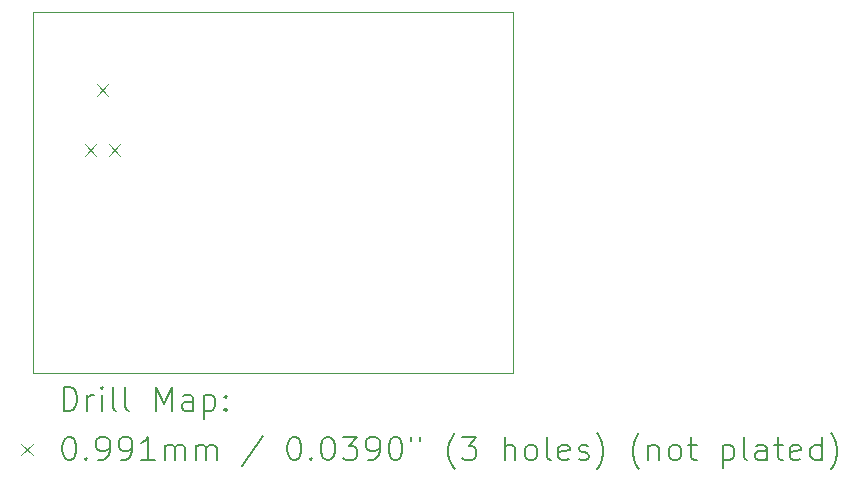
<source format=gbr>
%TF.GenerationSoftware,KiCad,Pcbnew,8.0.6*%
%TF.CreationDate,2024-11-12T21:32:05-08:00*%
%TF.ProjectId,sensor_board,73656e73-6f72-45f6-926f-6172642e6b69,rev?*%
%TF.SameCoordinates,Original*%
%TF.FileFunction,Drillmap*%
%TF.FilePolarity,Positive*%
%FSLAX45Y45*%
G04 Gerber Fmt 4.5, Leading zero omitted, Abs format (unit mm)*
G04 Created by KiCad (PCBNEW 8.0.6) date 2024-11-12 21:32:05*
%MOMM*%
%LPD*%
G01*
G04 APERTURE LIST*
%ADD10C,0.100000*%
%ADD11C,0.200000*%
G04 APERTURE END LIST*
D10*
X0Y0D02*
X4060000Y0D01*
X4060000Y-3060000D01*
X0Y-3060000D01*
X0Y0D01*
D11*
D10*
X435450Y-1119450D02*
X534550Y-1218550D01*
X534550Y-1119450D02*
X435450Y-1218550D01*
X536950Y-611450D02*
X636050Y-710550D01*
X636050Y-611450D02*
X536950Y-710550D01*
X638450Y-1119450D02*
X737550Y-1218550D01*
X737550Y-1119450D02*
X638450Y-1218550D01*
D11*
X255777Y-3376484D02*
X255777Y-3176484D01*
X255777Y-3176484D02*
X303396Y-3176484D01*
X303396Y-3176484D02*
X331967Y-3186008D01*
X331967Y-3186008D02*
X351015Y-3205055D01*
X351015Y-3205055D02*
X360539Y-3224103D01*
X360539Y-3224103D02*
X370062Y-3262198D01*
X370062Y-3262198D02*
X370062Y-3290769D01*
X370062Y-3290769D02*
X360539Y-3328865D01*
X360539Y-3328865D02*
X351015Y-3347912D01*
X351015Y-3347912D02*
X331967Y-3366960D01*
X331967Y-3366960D02*
X303396Y-3376484D01*
X303396Y-3376484D02*
X255777Y-3376484D01*
X455777Y-3376484D02*
X455777Y-3243150D01*
X455777Y-3281246D02*
X465301Y-3262198D01*
X465301Y-3262198D02*
X474824Y-3252674D01*
X474824Y-3252674D02*
X493872Y-3243150D01*
X493872Y-3243150D02*
X512920Y-3243150D01*
X579586Y-3376484D02*
X579586Y-3243150D01*
X579586Y-3176484D02*
X570063Y-3186008D01*
X570063Y-3186008D02*
X579586Y-3195531D01*
X579586Y-3195531D02*
X589110Y-3186008D01*
X589110Y-3186008D02*
X579586Y-3176484D01*
X579586Y-3176484D02*
X579586Y-3195531D01*
X703396Y-3376484D02*
X684348Y-3366960D01*
X684348Y-3366960D02*
X674824Y-3347912D01*
X674824Y-3347912D02*
X674824Y-3176484D01*
X808158Y-3376484D02*
X789110Y-3366960D01*
X789110Y-3366960D02*
X779586Y-3347912D01*
X779586Y-3347912D02*
X779586Y-3176484D01*
X1036729Y-3376484D02*
X1036729Y-3176484D01*
X1036729Y-3176484D02*
X1103396Y-3319341D01*
X1103396Y-3319341D02*
X1170063Y-3176484D01*
X1170063Y-3176484D02*
X1170063Y-3376484D01*
X1351015Y-3376484D02*
X1351015Y-3271722D01*
X1351015Y-3271722D02*
X1341491Y-3252674D01*
X1341491Y-3252674D02*
X1322444Y-3243150D01*
X1322444Y-3243150D02*
X1284348Y-3243150D01*
X1284348Y-3243150D02*
X1265301Y-3252674D01*
X1351015Y-3366960D02*
X1331967Y-3376484D01*
X1331967Y-3376484D02*
X1284348Y-3376484D01*
X1284348Y-3376484D02*
X1265301Y-3366960D01*
X1265301Y-3366960D02*
X1255777Y-3347912D01*
X1255777Y-3347912D02*
X1255777Y-3328865D01*
X1255777Y-3328865D02*
X1265301Y-3309817D01*
X1265301Y-3309817D02*
X1284348Y-3300293D01*
X1284348Y-3300293D02*
X1331967Y-3300293D01*
X1331967Y-3300293D02*
X1351015Y-3290769D01*
X1446253Y-3243150D02*
X1446253Y-3443150D01*
X1446253Y-3252674D02*
X1465301Y-3243150D01*
X1465301Y-3243150D02*
X1503396Y-3243150D01*
X1503396Y-3243150D02*
X1522443Y-3252674D01*
X1522443Y-3252674D02*
X1531967Y-3262198D01*
X1531967Y-3262198D02*
X1541491Y-3281246D01*
X1541491Y-3281246D02*
X1541491Y-3338388D01*
X1541491Y-3338388D02*
X1531967Y-3357436D01*
X1531967Y-3357436D02*
X1522443Y-3366960D01*
X1522443Y-3366960D02*
X1503396Y-3376484D01*
X1503396Y-3376484D02*
X1465301Y-3376484D01*
X1465301Y-3376484D02*
X1446253Y-3366960D01*
X1627205Y-3357436D02*
X1636729Y-3366960D01*
X1636729Y-3366960D02*
X1627205Y-3376484D01*
X1627205Y-3376484D02*
X1617682Y-3366960D01*
X1617682Y-3366960D02*
X1627205Y-3357436D01*
X1627205Y-3357436D02*
X1627205Y-3376484D01*
X1627205Y-3252674D02*
X1636729Y-3262198D01*
X1636729Y-3262198D02*
X1627205Y-3271722D01*
X1627205Y-3271722D02*
X1617682Y-3262198D01*
X1617682Y-3262198D02*
X1627205Y-3252674D01*
X1627205Y-3252674D02*
X1627205Y-3271722D01*
D10*
X-104100Y-3655450D02*
X-5000Y-3754550D01*
X-5000Y-3655450D02*
X-104100Y-3754550D01*
D11*
X293872Y-3596484D02*
X312920Y-3596484D01*
X312920Y-3596484D02*
X331967Y-3606008D01*
X331967Y-3606008D02*
X341491Y-3615531D01*
X341491Y-3615531D02*
X351015Y-3634579D01*
X351015Y-3634579D02*
X360539Y-3672674D01*
X360539Y-3672674D02*
X360539Y-3720293D01*
X360539Y-3720293D02*
X351015Y-3758388D01*
X351015Y-3758388D02*
X341491Y-3777436D01*
X341491Y-3777436D02*
X331967Y-3786960D01*
X331967Y-3786960D02*
X312920Y-3796484D01*
X312920Y-3796484D02*
X293872Y-3796484D01*
X293872Y-3796484D02*
X274824Y-3786960D01*
X274824Y-3786960D02*
X265301Y-3777436D01*
X265301Y-3777436D02*
X255777Y-3758388D01*
X255777Y-3758388D02*
X246253Y-3720293D01*
X246253Y-3720293D02*
X246253Y-3672674D01*
X246253Y-3672674D02*
X255777Y-3634579D01*
X255777Y-3634579D02*
X265301Y-3615531D01*
X265301Y-3615531D02*
X274824Y-3606008D01*
X274824Y-3606008D02*
X293872Y-3596484D01*
X446253Y-3777436D02*
X455777Y-3786960D01*
X455777Y-3786960D02*
X446253Y-3796484D01*
X446253Y-3796484D02*
X436729Y-3786960D01*
X436729Y-3786960D02*
X446253Y-3777436D01*
X446253Y-3777436D02*
X446253Y-3796484D01*
X551015Y-3796484D02*
X589110Y-3796484D01*
X589110Y-3796484D02*
X608158Y-3786960D01*
X608158Y-3786960D02*
X617682Y-3777436D01*
X617682Y-3777436D02*
X636729Y-3748865D01*
X636729Y-3748865D02*
X646253Y-3710769D01*
X646253Y-3710769D02*
X646253Y-3634579D01*
X646253Y-3634579D02*
X636729Y-3615531D01*
X636729Y-3615531D02*
X627205Y-3606008D01*
X627205Y-3606008D02*
X608158Y-3596484D01*
X608158Y-3596484D02*
X570063Y-3596484D01*
X570063Y-3596484D02*
X551015Y-3606008D01*
X551015Y-3606008D02*
X541491Y-3615531D01*
X541491Y-3615531D02*
X531967Y-3634579D01*
X531967Y-3634579D02*
X531967Y-3682198D01*
X531967Y-3682198D02*
X541491Y-3701246D01*
X541491Y-3701246D02*
X551015Y-3710769D01*
X551015Y-3710769D02*
X570063Y-3720293D01*
X570063Y-3720293D02*
X608158Y-3720293D01*
X608158Y-3720293D02*
X627205Y-3710769D01*
X627205Y-3710769D02*
X636729Y-3701246D01*
X636729Y-3701246D02*
X646253Y-3682198D01*
X741491Y-3796484D02*
X779586Y-3796484D01*
X779586Y-3796484D02*
X798634Y-3786960D01*
X798634Y-3786960D02*
X808158Y-3777436D01*
X808158Y-3777436D02*
X827205Y-3748865D01*
X827205Y-3748865D02*
X836729Y-3710769D01*
X836729Y-3710769D02*
X836729Y-3634579D01*
X836729Y-3634579D02*
X827205Y-3615531D01*
X827205Y-3615531D02*
X817682Y-3606008D01*
X817682Y-3606008D02*
X798634Y-3596484D01*
X798634Y-3596484D02*
X760539Y-3596484D01*
X760539Y-3596484D02*
X741491Y-3606008D01*
X741491Y-3606008D02*
X731967Y-3615531D01*
X731967Y-3615531D02*
X722443Y-3634579D01*
X722443Y-3634579D02*
X722443Y-3682198D01*
X722443Y-3682198D02*
X731967Y-3701246D01*
X731967Y-3701246D02*
X741491Y-3710769D01*
X741491Y-3710769D02*
X760539Y-3720293D01*
X760539Y-3720293D02*
X798634Y-3720293D01*
X798634Y-3720293D02*
X817682Y-3710769D01*
X817682Y-3710769D02*
X827205Y-3701246D01*
X827205Y-3701246D02*
X836729Y-3682198D01*
X1027205Y-3796484D02*
X912920Y-3796484D01*
X970062Y-3796484D02*
X970062Y-3596484D01*
X970062Y-3596484D02*
X951015Y-3625055D01*
X951015Y-3625055D02*
X931967Y-3644103D01*
X931967Y-3644103D02*
X912920Y-3653627D01*
X1112920Y-3796484D02*
X1112920Y-3663150D01*
X1112920Y-3682198D02*
X1122444Y-3672674D01*
X1122444Y-3672674D02*
X1141491Y-3663150D01*
X1141491Y-3663150D02*
X1170063Y-3663150D01*
X1170063Y-3663150D02*
X1189110Y-3672674D01*
X1189110Y-3672674D02*
X1198634Y-3691722D01*
X1198634Y-3691722D02*
X1198634Y-3796484D01*
X1198634Y-3691722D02*
X1208158Y-3672674D01*
X1208158Y-3672674D02*
X1227205Y-3663150D01*
X1227205Y-3663150D02*
X1255777Y-3663150D01*
X1255777Y-3663150D02*
X1274825Y-3672674D01*
X1274825Y-3672674D02*
X1284348Y-3691722D01*
X1284348Y-3691722D02*
X1284348Y-3796484D01*
X1379586Y-3796484D02*
X1379586Y-3663150D01*
X1379586Y-3682198D02*
X1389110Y-3672674D01*
X1389110Y-3672674D02*
X1408158Y-3663150D01*
X1408158Y-3663150D02*
X1436729Y-3663150D01*
X1436729Y-3663150D02*
X1455777Y-3672674D01*
X1455777Y-3672674D02*
X1465301Y-3691722D01*
X1465301Y-3691722D02*
X1465301Y-3796484D01*
X1465301Y-3691722D02*
X1474824Y-3672674D01*
X1474824Y-3672674D02*
X1493872Y-3663150D01*
X1493872Y-3663150D02*
X1522443Y-3663150D01*
X1522443Y-3663150D02*
X1541491Y-3672674D01*
X1541491Y-3672674D02*
X1551015Y-3691722D01*
X1551015Y-3691722D02*
X1551015Y-3796484D01*
X1941491Y-3586960D02*
X1770063Y-3844103D01*
X2198634Y-3596484D02*
X2217682Y-3596484D01*
X2217682Y-3596484D02*
X2236729Y-3606008D01*
X2236729Y-3606008D02*
X2246253Y-3615531D01*
X2246253Y-3615531D02*
X2255777Y-3634579D01*
X2255777Y-3634579D02*
X2265301Y-3672674D01*
X2265301Y-3672674D02*
X2265301Y-3720293D01*
X2265301Y-3720293D02*
X2255777Y-3758388D01*
X2255777Y-3758388D02*
X2246253Y-3777436D01*
X2246253Y-3777436D02*
X2236729Y-3786960D01*
X2236729Y-3786960D02*
X2217682Y-3796484D01*
X2217682Y-3796484D02*
X2198634Y-3796484D01*
X2198634Y-3796484D02*
X2179587Y-3786960D01*
X2179587Y-3786960D02*
X2170063Y-3777436D01*
X2170063Y-3777436D02*
X2160539Y-3758388D01*
X2160539Y-3758388D02*
X2151015Y-3720293D01*
X2151015Y-3720293D02*
X2151015Y-3672674D01*
X2151015Y-3672674D02*
X2160539Y-3634579D01*
X2160539Y-3634579D02*
X2170063Y-3615531D01*
X2170063Y-3615531D02*
X2179587Y-3606008D01*
X2179587Y-3606008D02*
X2198634Y-3596484D01*
X2351015Y-3777436D02*
X2360539Y-3786960D01*
X2360539Y-3786960D02*
X2351015Y-3796484D01*
X2351015Y-3796484D02*
X2341491Y-3786960D01*
X2341491Y-3786960D02*
X2351015Y-3777436D01*
X2351015Y-3777436D02*
X2351015Y-3796484D01*
X2484348Y-3596484D02*
X2503396Y-3596484D01*
X2503396Y-3596484D02*
X2522444Y-3606008D01*
X2522444Y-3606008D02*
X2531968Y-3615531D01*
X2531968Y-3615531D02*
X2541491Y-3634579D01*
X2541491Y-3634579D02*
X2551015Y-3672674D01*
X2551015Y-3672674D02*
X2551015Y-3720293D01*
X2551015Y-3720293D02*
X2541491Y-3758388D01*
X2541491Y-3758388D02*
X2531968Y-3777436D01*
X2531968Y-3777436D02*
X2522444Y-3786960D01*
X2522444Y-3786960D02*
X2503396Y-3796484D01*
X2503396Y-3796484D02*
X2484348Y-3796484D01*
X2484348Y-3796484D02*
X2465301Y-3786960D01*
X2465301Y-3786960D02*
X2455777Y-3777436D01*
X2455777Y-3777436D02*
X2446253Y-3758388D01*
X2446253Y-3758388D02*
X2436729Y-3720293D01*
X2436729Y-3720293D02*
X2436729Y-3672674D01*
X2436729Y-3672674D02*
X2446253Y-3634579D01*
X2446253Y-3634579D02*
X2455777Y-3615531D01*
X2455777Y-3615531D02*
X2465301Y-3606008D01*
X2465301Y-3606008D02*
X2484348Y-3596484D01*
X2617682Y-3596484D02*
X2741491Y-3596484D01*
X2741491Y-3596484D02*
X2674825Y-3672674D01*
X2674825Y-3672674D02*
X2703396Y-3672674D01*
X2703396Y-3672674D02*
X2722444Y-3682198D01*
X2722444Y-3682198D02*
X2731968Y-3691722D01*
X2731968Y-3691722D02*
X2741491Y-3710769D01*
X2741491Y-3710769D02*
X2741491Y-3758388D01*
X2741491Y-3758388D02*
X2731968Y-3777436D01*
X2731968Y-3777436D02*
X2722444Y-3786960D01*
X2722444Y-3786960D02*
X2703396Y-3796484D01*
X2703396Y-3796484D02*
X2646253Y-3796484D01*
X2646253Y-3796484D02*
X2627206Y-3786960D01*
X2627206Y-3786960D02*
X2617682Y-3777436D01*
X2836729Y-3796484D02*
X2874825Y-3796484D01*
X2874825Y-3796484D02*
X2893872Y-3786960D01*
X2893872Y-3786960D02*
X2903396Y-3777436D01*
X2903396Y-3777436D02*
X2922444Y-3748865D01*
X2922444Y-3748865D02*
X2931967Y-3710769D01*
X2931967Y-3710769D02*
X2931967Y-3634579D01*
X2931967Y-3634579D02*
X2922444Y-3615531D01*
X2922444Y-3615531D02*
X2912920Y-3606008D01*
X2912920Y-3606008D02*
X2893872Y-3596484D01*
X2893872Y-3596484D02*
X2855777Y-3596484D01*
X2855777Y-3596484D02*
X2836729Y-3606008D01*
X2836729Y-3606008D02*
X2827206Y-3615531D01*
X2827206Y-3615531D02*
X2817682Y-3634579D01*
X2817682Y-3634579D02*
X2817682Y-3682198D01*
X2817682Y-3682198D02*
X2827206Y-3701246D01*
X2827206Y-3701246D02*
X2836729Y-3710769D01*
X2836729Y-3710769D02*
X2855777Y-3720293D01*
X2855777Y-3720293D02*
X2893872Y-3720293D01*
X2893872Y-3720293D02*
X2912920Y-3710769D01*
X2912920Y-3710769D02*
X2922444Y-3701246D01*
X2922444Y-3701246D02*
X2931967Y-3682198D01*
X3055777Y-3596484D02*
X3074825Y-3596484D01*
X3074825Y-3596484D02*
X3093872Y-3606008D01*
X3093872Y-3606008D02*
X3103396Y-3615531D01*
X3103396Y-3615531D02*
X3112920Y-3634579D01*
X3112920Y-3634579D02*
X3122444Y-3672674D01*
X3122444Y-3672674D02*
X3122444Y-3720293D01*
X3122444Y-3720293D02*
X3112920Y-3758388D01*
X3112920Y-3758388D02*
X3103396Y-3777436D01*
X3103396Y-3777436D02*
X3093872Y-3786960D01*
X3093872Y-3786960D02*
X3074825Y-3796484D01*
X3074825Y-3796484D02*
X3055777Y-3796484D01*
X3055777Y-3796484D02*
X3036729Y-3786960D01*
X3036729Y-3786960D02*
X3027206Y-3777436D01*
X3027206Y-3777436D02*
X3017682Y-3758388D01*
X3017682Y-3758388D02*
X3008158Y-3720293D01*
X3008158Y-3720293D02*
X3008158Y-3672674D01*
X3008158Y-3672674D02*
X3017682Y-3634579D01*
X3017682Y-3634579D02*
X3027206Y-3615531D01*
X3027206Y-3615531D02*
X3036729Y-3606008D01*
X3036729Y-3606008D02*
X3055777Y-3596484D01*
X3198634Y-3596484D02*
X3198634Y-3634579D01*
X3274825Y-3596484D02*
X3274825Y-3634579D01*
X3570063Y-3872674D02*
X3560539Y-3863150D01*
X3560539Y-3863150D02*
X3541491Y-3834579D01*
X3541491Y-3834579D02*
X3531968Y-3815531D01*
X3531968Y-3815531D02*
X3522444Y-3786960D01*
X3522444Y-3786960D02*
X3512920Y-3739341D01*
X3512920Y-3739341D02*
X3512920Y-3701246D01*
X3512920Y-3701246D02*
X3522444Y-3653627D01*
X3522444Y-3653627D02*
X3531968Y-3625055D01*
X3531968Y-3625055D02*
X3541491Y-3606008D01*
X3541491Y-3606008D02*
X3560539Y-3577436D01*
X3560539Y-3577436D02*
X3570063Y-3567912D01*
X3627206Y-3596484D02*
X3751015Y-3596484D01*
X3751015Y-3596484D02*
X3684348Y-3672674D01*
X3684348Y-3672674D02*
X3712920Y-3672674D01*
X3712920Y-3672674D02*
X3731968Y-3682198D01*
X3731968Y-3682198D02*
X3741491Y-3691722D01*
X3741491Y-3691722D02*
X3751015Y-3710769D01*
X3751015Y-3710769D02*
X3751015Y-3758388D01*
X3751015Y-3758388D02*
X3741491Y-3777436D01*
X3741491Y-3777436D02*
X3731968Y-3786960D01*
X3731968Y-3786960D02*
X3712920Y-3796484D01*
X3712920Y-3796484D02*
X3655777Y-3796484D01*
X3655777Y-3796484D02*
X3636729Y-3786960D01*
X3636729Y-3786960D02*
X3627206Y-3777436D01*
X3989110Y-3796484D02*
X3989110Y-3596484D01*
X4074825Y-3796484D02*
X4074825Y-3691722D01*
X4074825Y-3691722D02*
X4065301Y-3672674D01*
X4065301Y-3672674D02*
X4046253Y-3663150D01*
X4046253Y-3663150D02*
X4017682Y-3663150D01*
X4017682Y-3663150D02*
X3998634Y-3672674D01*
X3998634Y-3672674D02*
X3989110Y-3682198D01*
X4198634Y-3796484D02*
X4179587Y-3786960D01*
X4179587Y-3786960D02*
X4170063Y-3777436D01*
X4170063Y-3777436D02*
X4160539Y-3758388D01*
X4160539Y-3758388D02*
X4160539Y-3701246D01*
X4160539Y-3701246D02*
X4170063Y-3682198D01*
X4170063Y-3682198D02*
X4179587Y-3672674D01*
X4179587Y-3672674D02*
X4198634Y-3663150D01*
X4198634Y-3663150D02*
X4227206Y-3663150D01*
X4227206Y-3663150D02*
X4246253Y-3672674D01*
X4246253Y-3672674D02*
X4255777Y-3682198D01*
X4255777Y-3682198D02*
X4265301Y-3701246D01*
X4265301Y-3701246D02*
X4265301Y-3758388D01*
X4265301Y-3758388D02*
X4255777Y-3777436D01*
X4255777Y-3777436D02*
X4246253Y-3786960D01*
X4246253Y-3786960D02*
X4227206Y-3796484D01*
X4227206Y-3796484D02*
X4198634Y-3796484D01*
X4379587Y-3796484D02*
X4360539Y-3786960D01*
X4360539Y-3786960D02*
X4351015Y-3767912D01*
X4351015Y-3767912D02*
X4351015Y-3596484D01*
X4531968Y-3786960D02*
X4512920Y-3796484D01*
X4512920Y-3796484D02*
X4474825Y-3796484D01*
X4474825Y-3796484D02*
X4455777Y-3786960D01*
X4455777Y-3786960D02*
X4446253Y-3767912D01*
X4446253Y-3767912D02*
X4446253Y-3691722D01*
X4446253Y-3691722D02*
X4455777Y-3672674D01*
X4455777Y-3672674D02*
X4474825Y-3663150D01*
X4474825Y-3663150D02*
X4512920Y-3663150D01*
X4512920Y-3663150D02*
X4531968Y-3672674D01*
X4531968Y-3672674D02*
X4541492Y-3691722D01*
X4541492Y-3691722D02*
X4541492Y-3710769D01*
X4541492Y-3710769D02*
X4446253Y-3729817D01*
X4617682Y-3786960D02*
X4636730Y-3796484D01*
X4636730Y-3796484D02*
X4674825Y-3796484D01*
X4674825Y-3796484D02*
X4693873Y-3786960D01*
X4693873Y-3786960D02*
X4703396Y-3767912D01*
X4703396Y-3767912D02*
X4703396Y-3758388D01*
X4703396Y-3758388D02*
X4693873Y-3739341D01*
X4693873Y-3739341D02*
X4674825Y-3729817D01*
X4674825Y-3729817D02*
X4646253Y-3729817D01*
X4646253Y-3729817D02*
X4627206Y-3720293D01*
X4627206Y-3720293D02*
X4617682Y-3701246D01*
X4617682Y-3701246D02*
X4617682Y-3691722D01*
X4617682Y-3691722D02*
X4627206Y-3672674D01*
X4627206Y-3672674D02*
X4646253Y-3663150D01*
X4646253Y-3663150D02*
X4674825Y-3663150D01*
X4674825Y-3663150D02*
X4693873Y-3672674D01*
X4770063Y-3872674D02*
X4779587Y-3863150D01*
X4779587Y-3863150D02*
X4798634Y-3834579D01*
X4798634Y-3834579D02*
X4808158Y-3815531D01*
X4808158Y-3815531D02*
X4817682Y-3786960D01*
X4817682Y-3786960D02*
X4827206Y-3739341D01*
X4827206Y-3739341D02*
X4827206Y-3701246D01*
X4827206Y-3701246D02*
X4817682Y-3653627D01*
X4817682Y-3653627D02*
X4808158Y-3625055D01*
X4808158Y-3625055D02*
X4798634Y-3606008D01*
X4798634Y-3606008D02*
X4779587Y-3577436D01*
X4779587Y-3577436D02*
X4770063Y-3567912D01*
X5131968Y-3872674D02*
X5122444Y-3863150D01*
X5122444Y-3863150D02*
X5103396Y-3834579D01*
X5103396Y-3834579D02*
X5093873Y-3815531D01*
X5093873Y-3815531D02*
X5084349Y-3786960D01*
X5084349Y-3786960D02*
X5074825Y-3739341D01*
X5074825Y-3739341D02*
X5074825Y-3701246D01*
X5074825Y-3701246D02*
X5084349Y-3653627D01*
X5084349Y-3653627D02*
X5093873Y-3625055D01*
X5093873Y-3625055D02*
X5103396Y-3606008D01*
X5103396Y-3606008D02*
X5122444Y-3577436D01*
X5122444Y-3577436D02*
X5131968Y-3567912D01*
X5208158Y-3663150D02*
X5208158Y-3796484D01*
X5208158Y-3682198D02*
X5217682Y-3672674D01*
X5217682Y-3672674D02*
X5236730Y-3663150D01*
X5236730Y-3663150D02*
X5265301Y-3663150D01*
X5265301Y-3663150D02*
X5284349Y-3672674D01*
X5284349Y-3672674D02*
X5293873Y-3691722D01*
X5293873Y-3691722D02*
X5293873Y-3796484D01*
X5417682Y-3796484D02*
X5398634Y-3786960D01*
X5398634Y-3786960D02*
X5389111Y-3777436D01*
X5389111Y-3777436D02*
X5379587Y-3758388D01*
X5379587Y-3758388D02*
X5379587Y-3701246D01*
X5379587Y-3701246D02*
X5389111Y-3682198D01*
X5389111Y-3682198D02*
X5398634Y-3672674D01*
X5398634Y-3672674D02*
X5417682Y-3663150D01*
X5417682Y-3663150D02*
X5446254Y-3663150D01*
X5446254Y-3663150D02*
X5465301Y-3672674D01*
X5465301Y-3672674D02*
X5474825Y-3682198D01*
X5474825Y-3682198D02*
X5484349Y-3701246D01*
X5484349Y-3701246D02*
X5484349Y-3758388D01*
X5484349Y-3758388D02*
X5474825Y-3777436D01*
X5474825Y-3777436D02*
X5465301Y-3786960D01*
X5465301Y-3786960D02*
X5446254Y-3796484D01*
X5446254Y-3796484D02*
X5417682Y-3796484D01*
X5541492Y-3663150D02*
X5617682Y-3663150D01*
X5570063Y-3596484D02*
X5570063Y-3767912D01*
X5570063Y-3767912D02*
X5579587Y-3786960D01*
X5579587Y-3786960D02*
X5598634Y-3796484D01*
X5598634Y-3796484D02*
X5617682Y-3796484D01*
X5836730Y-3663150D02*
X5836730Y-3863150D01*
X5836730Y-3672674D02*
X5855777Y-3663150D01*
X5855777Y-3663150D02*
X5893873Y-3663150D01*
X5893873Y-3663150D02*
X5912920Y-3672674D01*
X5912920Y-3672674D02*
X5922444Y-3682198D01*
X5922444Y-3682198D02*
X5931968Y-3701246D01*
X5931968Y-3701246D02*
X5931968Y-3758388D01*
X5931968Y-3758388D02*
X5922444Y-3777436D01*
X5922444Y-3777436D02*
X5912920Y-3786960D01*
X5912920Y-3786960D02*
X5893873Y-3796484D01*
X5893873Y-3796484D02*
X5855777Y-3796484D01*
X5855777Y-3796484D02*
X5836730Y-3786960D01*
X6046253Y-3796484D02*
X6027206Y-3786960D01*
X6027206Y-3786960D02*
X6017682Y-3767912D01*
X6017682Y-3767912D02*
X6017682Y-3596484D01*
X6208158Y-3796484D02*
X6208158Y-3691722D01*
X6208158Y-3691722D02*
X6198634Y-3672674D01*
X6198634Y-3672674D02*
X6179587Y-3663150D01*
X6179587Y-3663150D02*
X6141492Y-3663150D01*
X6141492Y-3663150D02*
X6122444Y-3672674D01*
X6208158Y-3786960D02*
X6189111Y-3796484D01*
X6189111Y-3796484D02*
X6141492Y-3796484D01*
X6141492Y-3796484D02*
X6122444Y-3786960D01*
X6122444Y-3786960D02*
X6112920Y-3767912D01*
X6112920Y-3767912D02*
X6112920Y-3748865D01*
X6112920Y-3748865D02*
X6122444Y-3729817D01*
X6122444Y-3729817D02*
X6141492Y-3720293D01*
X6141492Y-3720293D02*
X6189111Y-3720293D01*
X6189111Y-3720293D02*
X6208158Y-3710769D01*
X6274825Y-3663150D02*
X6351015Y-3663150D01*
X6303396Y-3596484D02*
X6303396Y-3767912D01*
X6303396Y-3767912D02*
X6312920Y-3786960D01*
X6312920Y-3786960D02*
X6331968Y-3796484D01*
X6331968Y-3796484D02*
X6351015Y-3796484D01*
X6493873Y-3786960D02*
X6474825Y-3796484D01*
X6474825Y-3796484D02*
X6436730Y-3796484D01*
X6436730Y-3796484D02*
X6417682Y-3786960D01*
X6417682Y-3786960D02*
X6408158Y-3767912D01*
X6408158Y-3767912D02*
X6408158Y-3691722D01*
X6408158Y-3691722D02*
X6417682Y-3672674D01*
X6417682Y-3672674D02*
X6436730Y-3663150D01*
X6436730Y-3663150D02*
X6474825Y-3663150D01*
X6474825Y-3663150D02*
X6493873Y-3672674D01*
X6493873Y-3672674D02*
X6503396Y-3691722D01*
X6503396Y-3691722D02*
X6503396Y-3710769D01*
X6503396Y-3710769D02*
X6408158Y-3729817D01*
X6674825Y-3796484D02*
X6674825Y-3596484D01*
X6674825Y-3786960D02*
X6655777Y-3796484D01*
X6655777Y-3796484D02*
X6617682Y-3796484D01*
X6617682Y-3796484D02*
X6598634Y-3786960D01*
X6598634Y-3786960D02*
X6589111Y-3777436D01*
X6589111Y-3777436D02*
X6579587Y-3758388D01*
X6579587Y-3758388D02*
X6579587Y-3701246D01*
X6579587Y-3701246D02*
X6589111Y-3682198D01*
X6589111Y-3682198D02*
X6598634Y-3672674D01*
X6598634Y-3672674D02*
X6617682Y-3663150D01*
X6617682Y-3663150D02*
X6655777Y-3663150D01*
X6655777Y-3663150D02*
X6674825Y-3672674D01*
X6751015Y-3872674D02*
X6760539Y-3863150D01*
X6760539Y-3863150D02*
X6779587Y-3834579D01*
X6779587Y-3834579D02*
X6789111Y-3815531D01*
X6789111Y-3815531D02*
X6798634Y-3786960D01*
X6798634Y-3786960D02*
X6808158Y-3739341D01*
X6808158Y-3739341D02*
X6808158Y-3701246D01*
X6808158Y-3701246D02*
X6798634Y-3653627D01*
X6798634Y-3653627D02*
X6789111Y-3625055D01*
X6789111Y-3625055D02*
X6779587Y-3606008D01*
X6779587Y-3606008D02*
X6760539Y-3577436D01*
X6760539Y-3577436D02*
X6751015Y-3567912D01*
M02*

</source>
